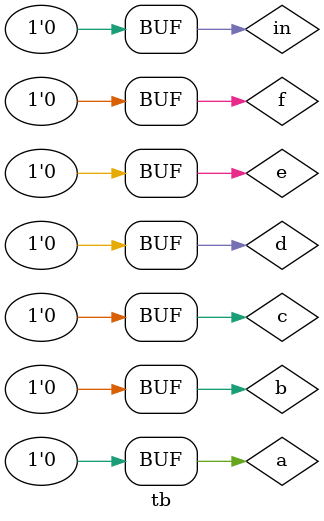
<source format=v>
`timescale 1ns/10ps
module tb;
reg in;
reg a,b,c,d,e,f;
initial
begin
in=0;
#2;
in=1;
#3;
in=0;
#5;
in=1;
#5;
in=0;
#15;
end
always@(*)
begin
a = in;
b<=in;
c=#4in;
d<=#4in;
#4 e = in;
#4 f <= in;
end
endmodule

</source>
